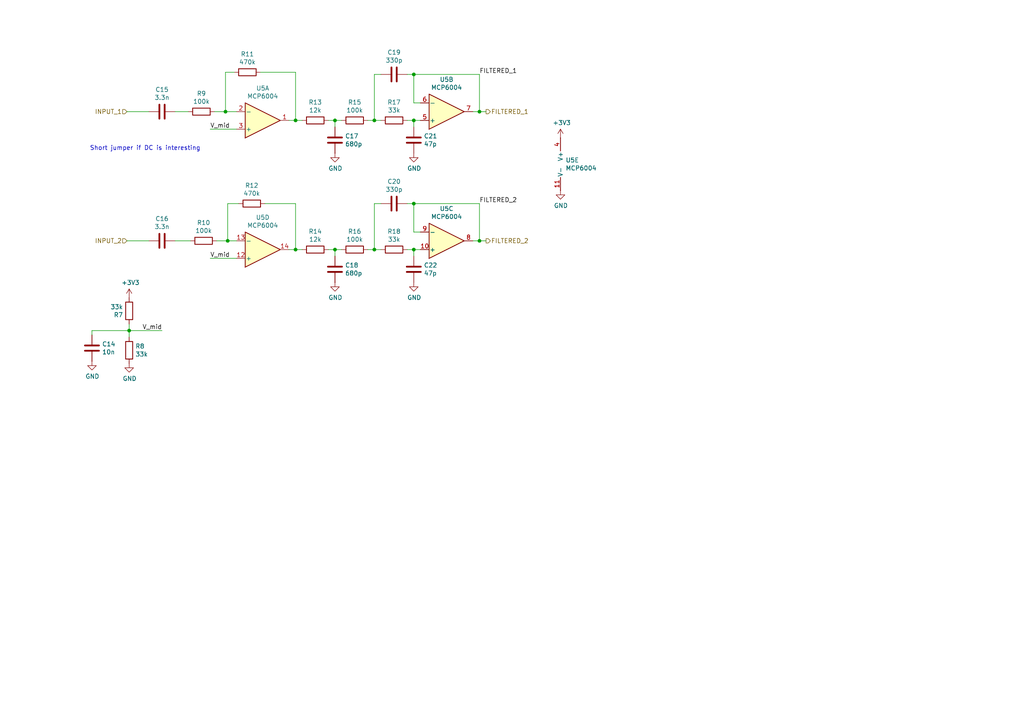
<source format=kicad_sch>
(kicad_sch (version 20250114) (generator "eeschema") (generator_version "9.0")
  (paper "A4")
  (title_block (title "rusEfi Proteus") (date "2022-04-09") (rev "v0.7") (company "rusEFI") (comment 1 "github.com/mck1117/proteus") (comment 2 "rusefi.com/s/proteus"))
  (lib_symbols
    (symbol "Amplifier_Operational:MCP6004" (pin_names (offset 0.127))
      (property "Reference" "U" (at 0 5.08 0))
      (property "Value" "MCP6004" (at 0 -5.08 0))
      (symbol "MCP6004_1_1"
        (polyline (pts (xy -5.08 5.08) (xy 5.08 0) (xy -5.08 -5.08) (xy -5.08 5.08)) (stroke (width 0.254)) (fill (type background)))
        (pin input line (at -7.62 2.54 0) (length 2.54) (name "+") (number "3"))
        (pin input line (at -7.62 -2.54 0) (length 2.54) (name "-") (number "2"))
        (pin output line (at 7.62 0 180) (length 2.54) (name "~") (number "1"))
      )
      (symbol "MCP6004_2_1"
        (polyline (pts (xy -5.08 5.08) (xy 5.08 0) (xy -5.08 -5.08) (xy -5.08 5.08)) (stroke (width 0.254)) (fill (type background)))
        (pin input line (at -7.62 2.54 0) (length 2.54) (name "+") (number "5"))
        (pin input line (at -7.62 -2.54 0) (length 2.54) (name "-") (number "6"))
        (pin output line (at 7.62 0 180) (length 2.54) (name "~") (number "7"))
      )
      (symbol "MCP6004_3_1"
        (polyline (pts (xy -5.08 5.08) (xy 5.08 0) (xy -5.08 -5.08) (xy -5.08 5.08)) (stroke (width 0.254)) (fill (type background)))
        (pin input line (at -7.62 2.54 0) (length 2.54) (name "+") (number "10"))
        (pin input line (at -7.62 -2.54 0) (length 2.54) (name "-") (number "9"))
        (pin output line (at 7.62 0 180) (length 2.54) (name "~") (number "8"))
      )
      (symbol "MCP6004_4_1"
        (polyline (pts (xy -5.08 5.08) (xy 5.08 0) (xy -5.08 -5.08) (xy -5.08 5.08)) (stroke (width 0.254)) (fill (type background)))
        (pin input line (at -7.62 2.54 0) (length 2.54) (name "+") (number "12"))
        (pin input line (at -7.62 -2.54 0) (length 2.54) (name "-") (number "13"))
        (pin output line (at 7.62 0 180) (length 2.54) (name "~") (number "14"))
      )
      (symbol "MCP6004_5_1"
        (pin power_in line (at -2.54 7.62 270) (length 3.81) (name "V+") (number "4"))
        (pin power_in line (at -2.54 -7.62 90) (length 3.81) (name "V-") (number "11"))
      )
    )
    (symbol "Device:C" (pin_numbers (hide yes)) (pin_names (offset 0.254))
      (property "Reference" "C" (at 0.635 2.54 0))
      (property "Value" "C" (at 0.635 -2.54 0))
      (symbol "C_0_1"
        (polyline (pts (xy -2.032 0.762) (xy 2.032 0.762)) (stroke (width 0.508)))
        (polyline (pts (xy -2.032 -0.762) (xy 2.032 -0.762)) (stroke (width 0.508)))
      )
      (symbol "C_1_1"
        (pin passive line (at 0 3.81 270) (length 2.794) (name "~") (number "1"))
        (pin passive line (at 0 -3.81 90) (length 2.794) (name "~") (number "2"))
      )
    )
    (symbol "Device:R" (pin_numbers (hide yes)) (pin_names (offset 0))
      (property "Reference" "R" (at 2.032 0 90))
      (property "Value" "R" (at 0 0 90))
      (symbol "R_0_1"
        (rectangle (start -1.016 -2.54) (end 1.016 2.54) (stroke (width 0.254)))
      )
      (symbol "R_1_1"
        (pin passive line (at 0 3.81 270) (length 1.27) (name "~") (number "1"))
        (pin passive line (at 0 -3.81 90) (length 1.27) (name "~") (number "2"))
      )
    )
    (symbol "power:+3V3" (power) (pin_numbers (hide yes)) (pin_names (offset 0) (hide yes))
      (property "Value" "+3V3" (at 0 3.556 0))
      (symbol "+3V3_0_1"
        (polyline (pts (xy -0.762 1.27) (xy 0 2.54)))
        (polyline (pts (xy 0 2.54) (xy 0.762 1.27)))
        (polyline (pts (xy 0 0) (xy 0 2.54)))
      )
      (symbol "+3V3_1_1"
        (pin power_in line (at 0 0 90) (length 0) (name "~") (number "1"))
      )
    )
    (symbol "power:GND" (power) (pin_numbers (hide yes)) (pin_names (offset 0) (hide yes))
      (property "Value" "GND" (at 0 -3.81 0))
      (symbol "GND_0_1"
        (polyline (pts (xy 0 0) (xy 0 -1.27) (xy 1.27 -1.27) (xy 0 -2.54) (xy -1.27 -1.27) (xy 0 -1.27)))
      )
      (symbol "GND_1_1"
        (pin power_in line (at 0 0 270) (length 0) (name "~") (number "1"))
      )
    )
  )
  (text "Short jumper if DC is interesting" (at 26.035 43.815 0) (effects (font (size 1.27 1.27)) (justify left bottom)))
  (junction (at 85.725 72.39))
  (junction (at 120.015 72.39))
  (junction (at 65.405 32.385))
  (junction (at 108.585 34.925))
  (junction (at 97.155 34.925))
  (junction (at 97.155 72.39))
  (junction (at 66.04 69.85))
  (junction (at 85.725 34.925))
  (junction (at 120.015 34.925))
  (junction (at 139.065 32.385))
  (junction (at 120.015 59.055))
  (junction (at 37.465 95.885))
  (junction (at 120.015 21.59))
  (junction (at 108.585 72.39))
  (junction (at 139.065 69.85))
  (wire (pts (xy 118.11 59.055) (xy 120.015 59.055)))
  (wire (pts (xy 110.49 21.59) (xy 108.585 21.59)))
  (wire (pts (xy 85.725 34.925) (xy 87.63 34.925)))
  (wire (pts (xy 139.065 59.055) (xy 139.065 69.85)))
  (wire (pts (xy 26.67 97.155) (xy 26.67 95.885)))
  (wire (pts (xy 60.96 37.465) (xy 68.58 37.465)))
  (wire (pts (xy 120.015 74.295) (xy 120.015 72.39)))
  (wire (pts (xy 110.49 59.055) (xy 108.585 59.055)))
  (wire (pts (xy 97.155 36.83) (xy 97.155 34.925)))
  (wire (pts (xy 118.11 21.59) (xy 120.015 21.59)))
  (wire (pts (xy 85.725 20.955) (xy 85.725 34.925)))
  (wire (pts (xy 121.92 67.31) (xy 120.015 67.31)))
  (wire (pts (xy 97.155 72.39) (xy 95.25 72.39)))
  (wire (pts (xy 85.725 72.39) (xy 83.82 72.39)))
  (wire (pts (xy 75.565 20.955) (xy 85.725 20.955)))
  (wire (pts (xy 120.015 34.925) (xy 118.11 34.925)))
  (wire (pts (xy 36.83 69.85) (xy 43.18 69.85)))
  (wire (pts (xy 62.865 69.85) (xy 66.04 69.85)))
  (wire (pts (xy 139.065 69.85) (xy 137.16 69.85)))
  (wire (pts (xy 60.96 74.93) (xy 68.58 74.93)))
  (wire (pts (xy 65.405 32.385) (xy 65.405 20.955)))
  (wire (pts (xy 140.97 32.385) (xy 139.065 32.385)))
  (wire (pts (xy 87.63 72.39) (xy 85.725 72.39)))
  (wire (pts (xy 26.67 95.885) (xy 37.465 95.885)))
  (wire (pts (xy 50.8 32.385) (xy 54.61 32.385)))
  (wire (pts (xy 85.725 59.055) (xy 85.725 72.39)))
  (wire (pts (xy 37.465 93.98) (xy 37.465 95.885)))
  (wire (pts (xy 120.015 21.59) (xy 139.065 21.59)))
  (wire (pts (xy 121.92 72.39) (xy 120.015 72.39)))
  (wire (pts (xy 108.585 59.055) (xy 108.585 72.39)))
  (wire (pts (xy 108.585 72.39) (xy 106.68 72.39)))
  (wire (pts (xy 110.49 72.39) (xy 108.585 72.39)))
  (wire (pts (xy 108.585 21.59) (xy 108.585 34.925)))
  (wire (pts (xy 97.155 34.925) (xy 99.06 34.925)))
  (wire (pts (xy 50.8 69.85) (xy 55.245 69.85)))
  (wire (pts (xy 66.04 69.85) (xy 66.04 59.055)))
  (wire (pts (xy 139.065 21.59) (xy 139.065 32.385)))
  (wire (pts (xy 65.405 20.955) (xy 67.945 20.955)))
  (wire (pts (xy 62.23 32.385) (xy 65.405 32.385)))
  (wire (pts (xy 120.015 36.83) (xy 120.015 34.925)))
  (wire (pts (xy 37.465 95.885) (xy 37.465 97.79)))
  (wire (pts (xy 139.065 32.385) (xy 137.16 32.385)))
  (wire (pts (xy 121.92 34.925) (xy 120.015 34.925)))
  (wire (pts (xy 66.04 69.85) (xy 68.58 69.85)))
  (wire (pts (xy 46.99 95.885) (xy 37.465 95.885)))
  (wire (pts (xy 108.585 34.925) (xy 106.68 34.925)))
  (wire (pts (xy 97.155 74.295) (xy 97.155 72.39)))
  (wire (pts (xy 120.015 67.31) (xy 120.015 59.055)))
  (wire (pts (xy 66.04 59.055) (xy 69.215 59.055)))
  (wire (pts (xy 120.015 72.39) (xy 118.11 72.39)))
  (wire (pts (xy 97.155 34.925) (xy 95.25 34.925)))
  (wire (pts (xy 97.155 72.39) (xy 99.06 72.39)))
  (wire (pts (xy 110.49 34.925) (xy 108.585 34.925)))
  (wire (pts (xy 120.015 29.845) (xy 120.015 21.59)))
  (wire (pts (xy 120.015 59.055) (xy 139.065 59.055)))
  (wire (pts (xy 76.835 59.055) (xy 85.725 59.055)))
  (wire (pts (xy 65.405 32.385) (xy 68.58 32.385)))
  (wire (pts (xy 36.83 32.385) (xy 43.18 32.385)))
  (wire (pts (xy 121.92 29.845) (xy 120.015 29.845)))
  (wire (pts (xy 140.97 69.85) (xy 139.065 69.85)))
  (wire (pts (xy 83.82 34.925) (xy 85.725 34.925)))
  (label "V_mid" (at 60.96 74.93 0))
  (label "V_mid" (at 46.99 95.885 180))
  (label "FILTERED_1" (at 139.065 21.59 0))
  (label "FILTERED_2" (at 139.065 59.055 0))
  (label "V_mid" (at 60.96 37.465 0))
  (hierarchical_label "FILTERED_1" (shape output) (at 140.97 32.385 0))
  (hierarchical_label "FILTERED_2" (shape output) (at 140.97 69.85 0))
  (hierarchical_label "INPUT_2" (shape input) (at 36.83 69.85 180))
  (hierarchical_label "INPUT_1" (shape input) (at 36.83 32.385 180))
  (symbol (lib_id "Amplifier_Operational:MCP6004") (at 76.2 34.925 0) (mirror x) (unit 1)
    (property "Reference" "U5" (at 76.2 25.6032 0))
    (property "Value" "MCP6004" (at 76.2 27.9146 0))
    (property "Footprint" "Package_SO:TSSOP-14_4.4x5mm_P0.65mm" (effects (hide yes)))
    (property "Datasheet" "http://ww1.microchip.com/downloads/en/DeviceDoc/21733j.pdf" (effects (hide yes)))
    (property "LCSC" "C50282" (effects (hide yes)))
    (property "LCSC_ext" "1" (effects (hide yes)))
    (property "PN" "MCP6004T-I/ST" (effects (hide yes)))
    (property "possible_not_ext" "1" (effects (hide yes)))
  )
  (symbol (lib_id "Amplifier_Operational:MCP6004") (at 129.54 32.385 0) (mirror x) (unit 2)
    (property "Reference" "U5" (at 129.54 23.0632 0))
    (property "Value" "MCP6004" (at 129.54 25.3746 0))
    (property "Footprint" "Package_SO:TSSOP-14_4.4x5mm_P0.65mm" (effects (hide yes)))
    (property "Datasheet" "http://ww1.microchip.com/downloads/en/DeviceDoc/21733j.pdf" (effects (hide yes)))
    (property "LCSC" "C50282" (effects (hide yes)))
    (property "LCSC_ext" "1" (effects (hide yes)))
    (property "PN" "MCP6004T-I/ST" (effects (hide yes)))
    (property "possible_not_ext" "1" (effects (hide yes)))
  )
  (symbol (lib_id "Amplifier_Operational:MCP6004") (at 129.54 69.85 0) (mirror x) (unit 3)
    (property "Reference" "U5" (at 129.54 60.5282 0))
    (property "Value" "MCP6004" (at 129.54 62.8396 0))
    (property "Footprint" "Package_SO:TSSOP-14_4.4x5mm_P0.65mm" (effects (hide yes)))
    (property "Datasheet" "http://ww1.microchip.com/downloads/en/DeviceDoc/21733j.pdf" (effects (hide yes)))
    (property "LCSC" "C50282" (effects (hide yes)))
    (property "LCSC_ext" "1" (effects (hide yes)))
    (property "PN" "MCP6004T-I/ST" (effects (hide yes)))
    (property "possible_not_ext" "1" (effects (hide yes)))
  )
  (symbol (lib_id "Amplifier_Operational:MCP6004") (at 76.2 72.39 0) (mirror x) (unit 4)
    (property "Reference" "U5" (at 76.2 63.0682 0))
    (property "Value" "MCP6004" (at 76.2 65.3796 0))
    (property "Footprint" "Package_SO:TSSOP-14_4.4x5mm_P0.65mm" (effects (hide yes)))
    (property "Datasheet" "http://ww1.microchip.com/downloads/en/DeviceDoc/21733j.pdf" (effects (hide yes)))
    (property "LCSC" "C50282" (effects (hide yes)))
    (property "LCSC_ext" "1" (effects (hide yes)))
    (property "PN" "MCP6004T-I/ST" (effects (hide yes)))
    (property "possible_not_ext" "1" (effects (hide yes)))
  )
  (symbol (lib_id "Amplifier_Operational:MCP6004") (at 165.1 47.625 0) (unit 5)
    (property "Reference" "U5" (at 164.0332 46.4566 0) (effects (justify left)))
    (property "Value" "MCP6004" (at 164.0332 48.768 0) (effects (justify left)))
    (property "Footprint" "Package_SO:TSSOP-14_4.4x5mm_P0.65mm" (effects (hide yes)))
    (property "Datasheet" "http://ww1.microchip.com/downloads/en/DeviceDoc/21733j.pdf" (effects (hide yes)))
    (property "LCSC" "C50282" (effects (hide yes)))
    (property "LCSC_ext" "1" (effects (hide yes)))
    (property "PN" "MCP6004T-I/ST" (effects (hide yes)))
    (property "possible_not_ext" "1" (effects (hide yes)))
  )
  (symbol (lib_id "power:GND") (at 162.56 55.245 0) (unit 1)
    (property "Reference" "#PWR040" (effects (hide yes)))
    (property "Value" "GND" (at 162.687 59.6392 0))
    (property "Description" "Power symbol creates a global label with name \"GND\" , ground" (effects (hide yes)))
  )
  (symbol (lib_id "power:+3V3") (at 162.56 40.005 0) (unit 1)
    (property "Reference" "#PWR039" (effects (hide yes)))
    (property "Value" "+3V3" (at 162.941 35.6108 0))
    (property "Description" "Power symbol creates a global label with name \"+3V3\"" (effects (hide yes)))
  )
  (symbol (lib_id "Device:R") (at 37.465 90.17 180) (unit 1)
    (property "Reference" "R7" (at 35.687 91.3384 0) (effects (justify left)))
    (property "Value" "33k" (at 35.687 89.027 0) (effects (justify left)))
    (property "Footprint" "Resistor_SMD:R_0402_1005Metric" (effects (hide yes)))
    (property "LCSC" "C25779" (effects (hide yes)))
    (property "LCSC_ext" "0" (effects (hide yes)))
  )
  (symbol (lib_id "Device:R") (at 37.465 101.6 0) (unit 1)
    (property "Reference" "R8" (at 39.243 100.4316 0) (effects (justify left)))
    (property "Value" "33k" (at 39.243 102.743 0) (effects (justify left)))
    (property "Footprint" "Resistor_SMD:R_0402_1005Metric" (effects (hide yes)))
    (property "LCSC" "C25779" (effects (hide yes)))
    (property "LCSC_ext" "0" (effects (hide yes)))
  )
  (symbol (lib_id "Device:R") (at 91.44 34.925 270) (unit 1)
    (property "Reference" "R13" (at 91.44 29.6672 90))
    (property "Value" "12k" (at 91.44 31.9786 90))
    (property "Footprint" "Resistor_SMD:R_0402_1005Metric" (effects (hide yes)))
    (property "LCSC" "C25752" (effects (hide yes)))
    (property "LCSC_ext" "0" (effects (hide yes)))
  )
  (symbol (lib_id "Device:R") (at 102.87 34.925 270) (unit 1)
    (property "Reference" "R15" (at 102.87 29.6672 90))
    (property "Value" "100k" (at 102.87 31.9786 90))
    (property "Footprint" "Resistor_SMD:R_0402_1005Metric" (effects (hide yes)))
    (property "LCSC" "C25741" (effects (hide yes)))
    (property "LCSC_ext" "0" (effects (hide yes)))
  )
  (symbol (lib_id "Device:R") (at 114.3 34.925 270) (unit 1)
    (property "Reference" "R17" (at 114.3 29.6672 90))
    (property "Value" "33k" (at 114.3 31.9786 90))
    (property "Footprint" "Resistor_SMD:R_0402_1005Metric" (effects (hide yes)))
    (property "LCSC" "C25779" (effects (hide yes)))
    (property "LCSC_ext" "0" (effects (hide yes)))
  )
  (symbol (lib_id "power:GND") (at 37.465 105.41 0) (unit 1)
    (property "Reference" "#PWR034" (effects (hide yes)))
    (property "Value" "GND" (at 37.592 109.8042 0))
    (property "Description" "Power symbol creates a global label with name \"GND\" , ground" (effects (hide yes)))
  )
  (symbol (lib_id "power:+3V3") (at 37.465 86.36 0) (unit 1)
    (property "Reference" "#PWR033" (effects (hide yes)))
    (property "Value" "+3V3" (at 37.846 81.9658 0))
    (property "Description" "Power symbol creates a global label with name \"+3V3\"" (effects (hide yes)))
  )
  (symbol (lib_id "Device:C") (at 97.155 40.64 180) (unit 1)
    (property "Reference" "C17" (at 100.076 39.4716 0) (effects (justify right)))
    (property "Value" "680p" (at 100.076 41.783 0) (effects (justify right)))
    (property "Footprint" "Capacitor_SMD:C_0603_1608Metric" (effects (hide yes)))
    (property "LCSC" "C1630" (effects (hide yes)))
    (property "LCSC_ext" "0" (effects (hide yes)))
  )
  (symbol (lib_id "Device:C") (at 120.015 40.64 180) (unit 1)
    (property "Reference" "C21" (at 122.936 39.4716 0) (effects (justify right)))
    (property "Value" "47p" (at 122.936 41.783 0) (effects (justify right)))
    (property "Footprint" "Capacitor_SMD:C_0402_1005Metric" (effects (hide yes)))
    (property "LCSC" "C1567" (effects (hide yes)))
    (property "LCSC_ext" "0" (effects (hide yes)))
  )
  (symbol (lib_id "Device:C") (at 114.3 21.59 90) (unit 1)
    (property "Reference" "C19" (at 114.3 15.1892 90))
    (property "Value" "330p" (at 114.3 17.5006 90))
    (property "Footprint" "Capacitor_SMD:C_0402_1005Metric" (effects (hide yes)))
    (property "LCSC" "C13533" (effects (hide yes)))
    (property "LCSC_ext" "0" (effects (hide yes)))
  )
  (symbol (lib_id "power:GND") (at 97.155 44.45 0) (unit 1)
    (property "Reference" "#PWR035" (effects (hide yes)))
    (property "Value" "GND" (at 97.282 48.8442 0))
    (property "Description" "Power symbol creates a global label with name \"GND\" , ground" (effects (hide yes)))
  )
  (symbol (lib_id "power:GND") (at 120.015 44.45 0) (unit 1)
    (property "Reference" "#PWR037" (effects (hide yes)))
    (property "Value" "GND" (at 120.142 48.8442 0))
    (property "Description" "Power symbol creates a global label with name \"GND\" , ground" (effects (hide yes)))
  )
  (symbol (lib_id "Device:R") (at 91.44 72.39 270) (unit 1)
    (property "Reference" "R14" (at 91.44 67.1322 90))
    (property "Value" "12k" (at 91.44 69.4436 90))
    (property "Footprint" "Resistor_SMD:R_0402_1005Metric" (effects (hide yes)))
    (property "LCSC" "C25752" (effects (hide yes)))
    (property "LCSC_ext" "0" (effects (hide yes)))
  )
  (symbol (lib_id "Device:R") (at 102.87 72.39 270) (unit 1)
    (property "Reference" "R16" (at 102.87 67.1322 90))
    (property "Value" "100k" (at 102.87 69.4436 90))
    (property "Footprint" "Resistor_SMD:R_0402_1005Metric" (effects (hide yes)))
    (property "LCSC" "C25741" (effects (hide yes)))
    (property "LCSC_ext" "0" (effects (hide yes)))
  )
  (symbol (lib_id "Device:R") (at 114.3 72.39 270) (unit 1)
    (property "Reference" "R18" (at 114.3 67.1322 90))
    (property "Value" "33k" (at 114.3 69.4436 90))
    (property "Footprint" "Resistor_SMD:R_0402_1005Metric" (effects (hide yes)))
    (property "LCSC" "C25779" (effects (hide yes)))
    (property "LCSC_ext" "0" (effects (hide yes)))
  )
  (symbol (lib_id "Device:C") (at 97.155 78.105 180) (unit 1)
    (property "Reference" "C18" (at 100.076 76.9366 0) (effects (justify right)))
    (property "Value" "680p" (at 100.076 79.248 0) (effects (justify right)))
    (property "Footprint" "Capacitor_SMD:C_0603_1608Metric" (effects (hide yes)))
    (property "LCSC" "C1630" (effects (hide yes)))
    (property "LCSC_ext" "0" (effects (hide yes)))
  )
  (symbol (lib_id "Device:C") (at 120.015 78.105 180) (unit 1)
    (property "Reference" "C22" (at 122.936 76.9366 0) (effects (justify right)))
    (property "Value" "47p" (at 122.936 79.248 0) (effects (justify right)))
    (property "Footprint" "Capacitor_SMD:C_0402_1005Metric" (effects (hide yes)))
    (property "LCSC" "C1567" (effects (hide yes)))
    (property "LCSC_ext" "0" (effects (hide yes)))
  )
  (symbol (lib_id "Device:C") (at 114.3 59.055 90) (unit 1)
    (property "Reference" "C20" (at 114.3 52.6542 90))
    (property "Value" "330p" (at 114.3 54.9656 90))
    (property "Footprint" "Capacitor_SMD:C_0402_1005Metric" (effects (hide yes)))
    (property "LCSC" "C13533" (effects (hide yes)))
    (property "LCSC_ext" "0" (effects (hide yes)))
  )
  (symbol (lib_id "power:GND") (at 97.155 81.915 0) (unit 1)
    (property "Reference" "#PWR036" (effects (hide yes)))
    (property "Value" "GND" (at 97.282 86.3092 0))
    (property "Description" "Power symbol creates a global label with name \"GND\" , ground" (effects (hide yes)))
  )
  (symbol (lib_id "power:GND") (at 120.015 81.915 0) (unit 1)
    (property "Reference" "#PWR038" (effects (hide yes)))
    (property "Value" "GND" (at 120.142 86.3092 0))
    (property "Description" "Power symbol creates a global label with name \"GND\" , ground" (effects (hide yes)))
  )
  (symbol (lib_id "Device:R") (at 58.42 32.385 270) (unit 1)
    (property "Reference" "R9" (at 58.42 27.1272 90))
    (property "Value" "100k" (at 58.42 29.4386 90))
    (property "Footprint" "Resistor_SMD:R_0402_1005Metric" (effects (hide yes)))
    (property "LCSC" "C25741" (effects (hide yes)))
    (property "LCSC_ext" "0" (effects (hide yes)))
  )
  (symbol (lib_id "Device:R") (at 71.755 20.955 270) (unit 1)
    (property "Reference" "R11" (at 71.755 15.6972 90))
    (property "Value" "470k" (at 71.755 18.0086 90))
    (property "Footprint" "Resistor_SMD:R_0402_1005Metric" (effects (hide yes)))
    (property "LCSC" "C25790" (effects (hide yes)))
  )
  (symbol (lib_id "Device:C") (at 46.99 32.385 270) (unit 1)
    (property "Reference" "C15" (at 46.99 25.9842 90))
    (property "Value" "3.3n" (at 46.99 28.2956 90))
    (property "Footprint" "Capacitor_SMD:C_0805_2012Metric" (effects (hide yes)))
    (property "LCSC" "C53175" (effects (hide yes)))
    (property "LCSC_ext" "0" (effects (hide yes)))
  )
  (symbol (lib_id "Device:C") (at 26.67 100.965 180) (unit 1)
    (property "Reference" "C14" (at 29.591 99.7966 0) (effects (justify right)))
    (property "Value" "10n" (at 29.591 102.108 0) (effects (justify right)))
    (property "Footprint" "Capacitor_SMD:C_0603_1608Metric" (effects (hide yes)))
    (property "LCSC" "C57112" (effects (hide yes)))
    (property "LCSC_ext" "0" (effects (hide yes)))
  )
  (symbol (lib_id "power:GND") (at 26.67 104.775 0) (unit 1)
    (property "Reference" "#PWR032" (effects (hide yes)))
    (property "Value" "GND" (at 26.797 109.1692 0))
    (property "Description" "Power symbol creates a global label with name \"GND\" , ground" (effects (hide yes)))
  )
  (symbol (lib_id "Device:R") (at 73.025 59.055 270) (unit 1)
    (property "Reference" "R12" (at 73.025 53.7972 90))
    (property "Value" "470k" (at 73.025 56.1086 90))
    (property "Footprint" "Resistor_SMD:R_0402_1005Metric" (effects (hide yes)))
    (property "LCSC" "C25790" (effects (hide yes)))
  )
  (symbol (lib_id "Device:R") (at 59.055 69.85 270) (unit 1)
    (property "Reference" "R10" (at 59.055 64.5922 90))
    (property "Value" "100k" (at 59.055 66.9036 90))
    (property "Footprint" "Resistor_SMD:R_0402_1005Metric" (effects (hide yes)))
    (property "LCSC" "C25741" (effects (hide yes)))
    (property "LCSC_ext" "0" (effects (hide yes)))
  )
  (symbol (lib_id "Device:C") (at 46.99 69.85 270) (unit 1)
    (property "Reference" "C16" (at 46.99 63.4492 90))
    (property "Value" "3.3n" (at 46.99 65.7606 90))
    (property "Footprint" "Capacitor_SMD:C_0805_2012Metric" (effects (hide yes)))
    (property "LCSC" "C53175" (effects (hide yes)))
    (property "LCSC_ext" "0" (effects (hide yes)))
  )
)
</source>
